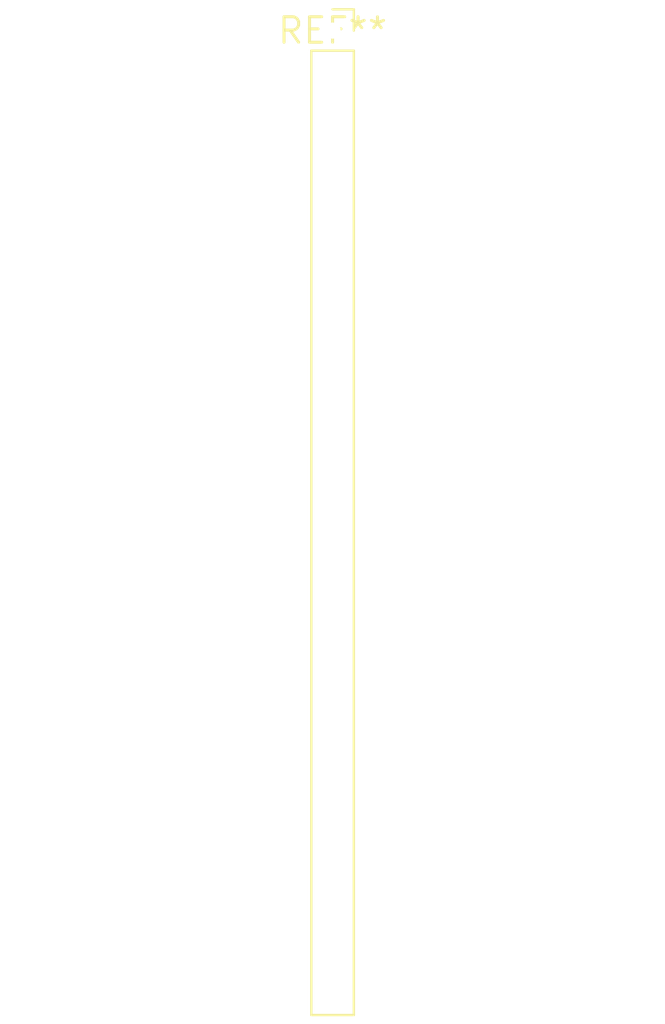
<source format=kicad_pcb>
(kicad_pcb (version 20240108) (generator pcbnew)
  (layers (0 "F.Cu" signal) (31 "B.Cu" signal) (34 "B.Paste" user) (35 "F.Paste" user) (36 "B.SilkS" user "B.Silkscreen") (37 "F.SilkS" user "F.Silkscreen") (38 "B.Mask" user) (39 "F.Mask" user) (44 "Edge.Cuts" user))
  (net 0 "")
  (footprint "PinSocket_1x25_P2.00mm_Vertical" (layer "F.Cu") (at 0 0)
    (property "Reference" "REF**")
    (property "Value" "PinSocket_1x25_P2.00mm_Vertical")
    (fp_line (start -1.06 1) (end -1.06 49.06) (layer "F.SilkS") (stroke (width 0.12)))
    (fp_line (start -1.06 1) (end 1.06 1) (layer "F.SilkS") (stroke (width 0.12)))
    (fp_line (start -1.06 49.06) (end 1.06 49.06) (layer "F.SilkS") (stroke (width 0.12)))
    (fp_line (start 0 -1.06) (end 1.06 -1.06) (layer "F.SilkS") (stroke (width 0.12)))
    (fp_line (start 1.06 -1.06) (end 1.06 0) (layer "F.SilkS") (stroke (width 0.12)))
    (fp_line (start 1.06 1) (end 1.06 49.06) (layer "F.SilkS") (stroke (width 0.12)))
    (pad "1" thru_hole rect (at 0 0) (size 1.35 1.35) (drill 0.8) (layers *.Cu *.Mask) (remove_unused_layers))
    (pad "2" thru_hole oval (at 0 2) (size 1.35 1.35) (drill 0.8) (layers *.Cu *.Mask) (remove_unused_layers))
    (pad "3" thru_hole oval (at 0 4) (size 1.35 1.35) (drill 0.8) (layers *.Cu *.Mask) (remove_unused_layers))
    (pad "4" thru_hole oval (at 0 6) (size 1.35 1.35) (drill 0.8) (layers *.Cu *.Mask) (remove_unused_layers))
    (pad "5" thru_hole oval (at 0 8) (size 1.35 1.35) (drill 0.8) (layers *.Cu *.Mask) (remove_unused_layers))
    (pad "6" thru_hole oval (at 0 10) (size 1.35 1.35) (drill 0.8) (layers *.Cu *.Mask) (remove_unused_layers))
    (pad "7" thru_hole oval (at 0 12) (size 1.35 1.35) (drill 0.8) (layers *.Cu *.Mask) (remove_unused_layers))
    (pad "8" thru_hole oval (at 0 14) (size 1.35 1.35) (drill 0.8) (layers *.Cu *.Mask) (remove_unused_layers))
    (pad "9" thru_hole oval (at 0 16) (size 1.35 1.35) (drill 0.8) (layers *.Cu *.Mask) (remove_unused_layers))
    (pad "10" thru_hole oval (at 0 18) (size 1.35 1.35) (drill 0.8) (layers *.Cu *.Mask) (remove_unused_layers))
    (pad "11" thru_hole oval (at 0 20) (size 1.35 1.35) (drill 0.8) (layers *.Cu *.Mask) (remove_unused_layers))
    (pad "12" thru_hole oval (at 0 22) (size 1.35 1.35) (drill 0.8) (layers *.Cu *.Mask) (remove_unused_layers))
    (pad "13" thru_hole oval (at 0 24) (size 1.35 1.35) (drill 0.8) (layers *.Cu *.Mask) (remove_unused_layers))
    (pad "14" thru_hole oval (at 0 26) (size 1.35 1.35) (drill 0.8) (layers *.Cu *.Mask) (remove_unused_layers))
    (pad "15" thru_hole oval (at 0 28) (size 1.35 1.35) (drill 0.8) (layers *.Cu *.Mask) (remove_unused_layers))
    (pad "16" thru_hole oval (at 0 30) (size 1.35 1.35) (drill 0.8) (layers *.Cu *.Mask) (remove_unused_layers))
    (pad "17" thru_hole oval (at 0 32) (size 1.35 1.35) (drill 0.8) (layers *.Cu *.Mask) (remove_unused_layers))
    (pad "18" thru_hole oval (at 0 34) (size 1.35 1.35) (drill 0.8) (layers *.Cu *.Mask) (remove_unused_layers))
    (pad "19" thru_hole oval (at 0 36) (size 1.35 1.35) (drill 0.8) (layers *.Cu *.Mask) (remove_unused_layers))
    (pad "20" thru_hole oval (at 0 38) (size 1.35 1.35) (drill 0.8) (layers *.Cu *.Mask) (remove_unused_layers))
    (pad "21" thru_hole oval (at 0 40) (size 1.35 1.35) (drill 0.8) (layers *.Cu *.Mask) (remove_unused_layers))
    (pad "22" thru_hole oval (at 0 42) (size 1.35 1.35) (drill 0.8) (layers *.Cu *.Mask) (remove_unused_layers))
    (pad "23" thru_hole oval (at 0 44) (size 1.35 1.35) (drill 0.8) (layers *.Cu *.Mask) (remove_unused_layers))
    (pad "24" thru_hole oval (at 0 46) (size 1.35 1.35) (drill 0.8) (layers *.Cu *.Mask) (remove_unused_layers))
    (pad "25" thru_hole oval (at 0 48) (size 1.35 1.35) (drill 0.8) (layers *.Cu *.Mask) (remove_unused_layers))
  )
)
</source>
